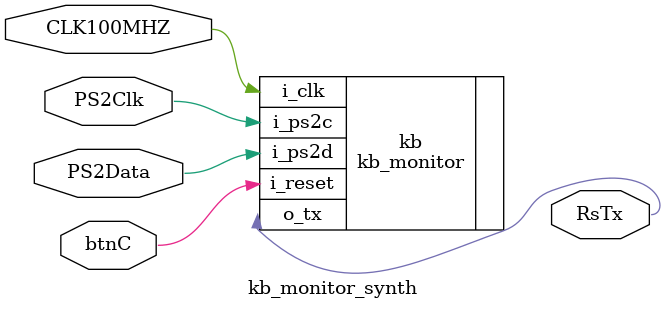
<source format=v>
`timescale 1ns / 1ps


module kb_monitor_synth(
    input CLK100MHZ,
    input btnC,
    input PS2Data,
    input PS2Clk,
    output RsTx
    );
    
    //19200 baud rate, 8 data bits, 1 stop bit, no parity
    kb_monitor kb(.i_clk(CLK100MHZ), .i_reset(btnC), .i_ps2d(PS2Data), .i_ps2c(PS2Clk), .o_tx(RsTx));
    
endmodule

</source>
